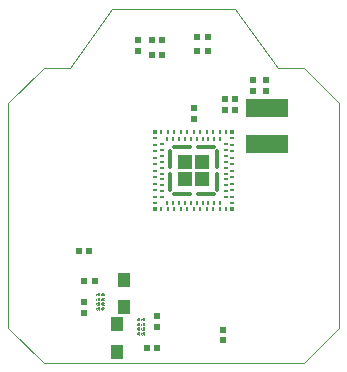
<source format=gtp>
G04*
G04 #@! TF.GenerationSoftware,Altium Limited,Altium NEXUS,2.0.14 (187)*
G04*
G04 Layer_Color=8421504*
%FSLAX25Y25*%
%MOIN*%
G70*
G01*
G75*
%ADD14C,0.00000*%
%ADD15C,0.00197*%
%ADD16R,0.00591X0.00197*%
%ADD17R,0.00197X0.00591*%
%ADD18R,0.00591X0.00591*%
%ADD19R,0.00197X0.00591*%
%ADD20R,0.00197X0.00591*%
%ADD21R,0.00197X0.00591*%
%ADD22R,0.05035X0.05035*%
%ADD23C,0.00591*%
%ADD24R,0.14173X0.05906*%
%ADD25R,0.00980X0.01181*%
%ADD26R,0.01181X0.00980*%
%ADD27R,0.01181X0.01181*%
G04:AMPARAMS|DCode=28|XSize=66.93mil|YSize=10.83mil|CornerRadius=1.95mil|HoleSize=0mil|Usage=FLASHONLY|Rotation=0.000|XOffset=0mil|YOffset=0mil|HoleType=Round|Shape=RoundedRectangle|*
%AMROUNDEDRECTD28*
21,1,0.06693,0.00693,0,0,0.0*
21,1,0.06303,0.01083,0,0,0.0*
1,1,0.00390,0.03152,-0.00347*
1,1,0.00390,-0.03152,-0.00347*
1,1,0.00390,-0.03152,0.00347*
1,1,0.00390,0.03152,0.00347*
%
%ADD28ROUNDEDRECTD28*%
G04:AMPARAMS|DCode=29|XSize=66.93mil|YSize=10.83mil|CornerRadius=1.95mil|HoleSize=0mil|Usage=FLASHONLY|Rotation=90.000|XOffset=0mil|YOffset=0mil|HoleType=Round|Shape=RoundedRectangle|*
%AMROUNDEDRECTD29*
21,1,0.06693,0.00693,0,0,90.0*
21,1,0.06303,0.01083,0,0,90.0*
1,1,0.00390,0.00347,0.03152*
1,1,0.00390,0.00347,-0.03152*
1,1,0.00390,-0.00347,-0.03152*
1,1,0.00390,-0.00347,0.03152*
%
%ADD29ROUNDEDRECTD29*%
%ADD30R,0.03937X0.04528*%
%ADD31R,0.02441X0.02441*%
%ADD32R,0.02441X0.02441*%
%ADD33R,0.02165X0.02165*%
%ADD34R,0.02165X0.02165*%
D14*
X34589Y106299D02*
X75500D01*
X89854Y86614D01*
X98425Y86614D01*
X110236Y74803D01*
Y0D02*
Y74803D01*
X98425Y-11811D02*
X110236Y0D01*
X11811Y-11811D02*
X98425Y-11811D01*
X0Y0D02*
X11811Y-11811D01*
X0Y0D02*
Y74803D01*
X11811Y86614D01*
X20529D01*
X34589Y106299D01*
D15*
X29882Y10610D02*
G03*
X29882Y10610I-98J0D01*
G01*
X30472Y11201D02*
G03*
X30472Y11201I-98J0D01*
G01*
Y10610D02*
G03*
X30472Y10610I-98J0D01*
G01*
X29882Y11201D02*
G03*
X29882Y11201I-98J0D01*
G01*
X31457D02*
G03*
X31457Y11201I-98J0D01*
G01*
X32047Y10610D02*
G03*
X32047Y10610I-98J0D01*
G01*
Y11201D02*
G03*
X32047Y11201I-98J0D01*
G01*
X31457Y10610D02*
G03*
X31457Y10610I-98J0D01*
G01*
Y9035D02*
G03*
X31457Y9035I-98J0D01*
G01*
X32047Y9626D02*
G03*
X32047Y9626I-98J0D01*
G01*
Y9035D02*
G03*
X32047Y9035I-98J0D01*
G01*
X31457Y9626D02*
G03*
X31457Y9626I-98J0D01*
G01*
X29882D02*
G03*
X29882Y9626I-98J0D01*
G01*
X30472Y9035D02*
G03*
X30472Y9035I-98J0D01*
G01*
Y9626D02*
G03*
X30472Y9626I-98J0D01*
G01*
X29882Y9035D02*
G03*
X29882Y9035I-98J0D01*
G01*
X31457Y7461D02*
G03*
X31457Y7461I-98J0D01*
G01*
X32047Y8051D02*
G03*
X32047Y8051I-98J0D01*
G01*
Y7461D02*
G03*
X32047Y7461I-98J0D01*
G01*
X31457Y8051D02*
G03*
X31457Y8051I-98J0D01*
G01*
X29882D02*
G03*
X29882Y8051I-98J0D01*
G01*
X30472Y7461D02*
G03*
X30472Y7461I-98J0D01*
G01*
Y8051D02*
G03*
X30472Y8051I-98J0D01*
G01*
X29882Y7461D02*
G03*
X29882Y7461I-98J0D01*
G01*
X31457Y5886D02*
G03*
X31457Y5886I-98J0D01*
G01*
X32047Y6476D02*
G03*
X32047Y6476I-98J0D01*
G01*
Y5886D02*
G03*
X32047Y5886I-98J0D01*
G01*
X31457Y6476D02*
G03*
X31457Y6476I-98J0D01*
G01*
X29882D02*
G03*
X29882Y6476I-98J0D01*
G01*
X30472Y5886D02*
G03*
X30472Y5886I-98J0D01*
G01*
Y6476D02*
G03*
X30472Y6476I-98J0D01*
G01*
X29882Y5886D02*
G03*
X29882Y5886I-98J0D01*
G01*
X45489Y-1870D02*
G03*
X45489Y-1870I-98J0D01*
G01*
X44898Y-2461D02*
G03*
X44898Y-2461I-98J0D01*
G01*
Y-1870D02*
G03*
X44898Y-1870I-98J0D01*
G01*
X45489Y-2461D02*
G03*
X45489Y-2461I-98J0D01*
G01*
X43914D02*
G03*
X43914Y-2461I-98J0D01*
G01*
X43323Y-1870D02*
G03*
X43323Y-1870I-98J0D01*
G01*
Y-2461D02*
G03*
X43323Y-2461I-98J0D01*
G01*
X43914Y-1870D02*
G03*
X43914Y-1870I-98J0D01*
G01*
Y-295D02*
G03*
X43914Y-295I-98J0D01*
G01*
X43323Y-886D02*
G03*
X43323Y-886I-98J0D01*
G01*
Y-295D02*
G03*
X43323Y-295I-98J0D01*
G01*
X43914Y-886D02*
G03*
X43914Y-886I-98J0D01*
G01*
X45489D02*
G03*
X45489Y-886I-98J0D01*
G01*
X44898Y-295D02*
G03*
X44898Y-295I-98J0D01*
G01*
Y-886D02*
G03*
X44898Y-886I-98J0D01*
G01*
X45489Y-295D02*
G03*
X45489Y-295I-98J0D01*
G01*
X43914Y1280D02*
G03*
X43914Y1280I-98J0D01*
G01*
X43323Y689D02*
G03*
X43323Y689I-98J0D01*
G01*
Y1280D02*
G03*
X43323Y1280I-98J0D01*
G01*
X43914Y689D02*
G03*
X43914Y689I-98J0D01*
G01*
X45489D02*
G03*
X45489Y689I-98J0D01*
G01*
X44898Y1280D02*
G03*
X44898Y1280I-98J0D01*
G01*
Y689D02*
G03*
X44898Y689I-98J0D01*
G01*
X45489Y1280D02*
G03*
X45489Y1280I-98J0D01*
G01*
X43914Y2854D02*
G03*
X43914Y2854I-98J0D01*
G01*
X43323Y2264D02*
G03*
X43323Y2264I-98J0D01*
G01*
Y2854D02*
G03*
X43323Y2854I-98J0D01*
G01*
X43914Y2264D02*
G03*
X43914Y2264I-98J0D01*
G01*
X45489D02*
G03*
X45489Y2264I-98J0D01*
G01*
X44898Y2854D02*
G03*
X44898Y2854I-98J0D01*
G01*
Y2264D02*
G03*
X44898Y2264I-98J0D01*
G01*
X45489Y2854D02*
G03*
X45489Y2854I-98J0D01*
G01*
D16*
X30079Y11299D02*
D03*
Y10512D02*
D03*
X31653D02*
D03*
Y11299D02*
D03*
Y9724D02*
D03*
Y8937D02*
D03*
X30079D02*
D03*
Y9724D02*
D03*
X31653Y8150D02*
D03*
Y7362D02*
D03*
X30079D02*
D03*
Y8150D02*
D03*
X31653Y6575D02*
D03*
Y5787D02*
D03*
X30079D02*
D03*
Y6575D02*
D03*
X45095Y-2559D02*
D03*
Y-1772D02*
D03*
X43520D02*
D03*
Y-2559D02*
D03*
Y-984D02*
D03*
Y-197D02*
D03*
X45095D02*
D03*
Y-984D02*
D03*
X43520Y591D02*
D03*
Y1378D02*
D03*
X45095D02*
D03*
Y591D02*
D03*
X43520Y2165D02*
D03*
Y2953D02*
D03*
X45095D02*
D03*
Y2165D02*
D03*
D17*
X30472Y10905D02*
D03*
X29685D02*
D03*
Y9331D02*
D03*
X30472D02*
D03*
X45489Y984D02*
D03*
X44701D02*
D03*
X45489Y2559D02*
D03*
X44701D02*
D03*
D18*
X30079Y10905D02*
D03*
X31653D02*
D03*
Y9330D02*
D03*
X30079D02*
D03*
X31653Y7756D02*
D03*
X30079D02*
D03*
X31653Y6181D02*
D03*
X30079D02*
D03*
X45095Y-2165D02*
D03*
X43520D02*
D03*
Y-591D02*
D03*
X45095D02*
D03*
X43520Y984D02*
D03*
X45095D02*
D03*
X43520Y2559D02*
D03*
X45095D02*
D03*
D19*
X31260Y10905D02*
D03*
X32047D02*
D03*
Y9331D02*
D03*
X31260D02*
D03*
X43126Y984D02*
D03*
X43914D02*
D03*
X43126Y2559D02*
D03*
X43914D02*
D03*
D20*
X32047Y7756D02*
D03*
X31260D02*
D03*
X32047Y6181D02*
D03*
X31260D02*
D03*
X43914Y-2165D02*
D03*
X43126D02*
D03*
Y-591D02*
D03*
X43914D02*
D03*
D21*
X29685Y7756D02*
D03*
X30472D02*
D03*
X29685Y6181D02*
D03*
X30472D02*
D03*
X44701Y-2165D02*
D03*
X45489D02*
D03*
Y-591D02*
D03*
X44701D02*
D03*
D22*
X58900Y55274D02*
D03*
X58900Y49451D02*
D03*
X64722D02*
D03*
X64722Y55274D02*
D03*
D23*
X68898Y91535D02*
D03*
Y89567D02*
D03*
D24*
X86214Y73327D02*
D03*
Y61319D02*
D03*
D25*
X62795Y41732D02*
D03*
X60827D02*
D03*
X64764D02*
D03*
X66732Y41732D02*
D03*
X68701D02*
D03*
X70669D02*
D03*
X52953D02*
D03*
X54921D02*
D03*
X56890D02*
D03*
X58858Y41732D02*
D03*
X60827Y62992D02*
D03*
X62795D02*
D03*
X58858D02*
D03*
X56890Y62992D02*
D03*
X54921D02*
D03*
X52953D02*
D03*
X70669D02*
D03*
X68701D02*
D03*
X66732D02*
D03*
X64764Y62992D02*
D03*
X63976Y65158D02*
D03*
X66142Y65158D02*
D03*
X68307Y65158D02*
D03*
X70472D02*
D03*
X72638Y65158D02*
D03*
X61811Y65158D02*
D03*
X59646D02*
D03*
X57480Y65158D02*
D03*
X55315D02*
D03*
X53150Y65158D02*
D03*
X50984D02*
D03*
X72638Y39567D02*
D03*
X70472D02*
D03*
X68307D02*
D03*
X66142Y39567D02*
D03*
X63976Y39567D02*
D03*
X61811D02*
D03*
X50984D02*
D03*
X53150D02*
D03*
X55315D02*
D03*
X57480Y39567D02*
D03*
X59646Y39567D02*
D03*
D26*
X51181Y51378D02*
D03*
Y53347D02*
D03*
Y49409D02*
D03*
X51181Y47441D02*
D03*
Y45472D02*
D03*
Y43504D02*
D03*
Y61221D02*
D03*
Y59252D02*
D03*
Y57284D02*
D03*
X51181Y55315D02*
D03*
X72441Y49409D02*
D03*
X72441Y47441D02*
D03*
Y45472D02*
D03*
Y43504D02*
D03*
Y61221D02*
D03*
Y59252D02*
D03*
Y57284D02*
D03*
X72441Y55315D02*
D03*
Y51378D02*
D03*
Y53347D02*
D03*
X49016Y54527D02*
D03*
Y56693D02*
D03*
Y58858D02*
D03*
Y61024D02*
D03*
Y63189D02*
D03*
Y52362D02*
D03*
Y50197D02*
D03*
Y48031D02*
D03*
Y45866D02*
D03*
Y43701D02*
D03*
Y41535D02*
D03*
X74606Y50197D02*
D03*
X74606Y48031D02*
D03*
X74606Y45866D02*
D03*
X74606Y43701D02*
D03*
Y41535D02*
D03*
Y52362D02*
D03*
X74606Y54527D02*
D03*
X74606Y56693D02*
D03*
Y58858D02*
D03*
Y61024D02*
D03*
X74606Y63189D02*
D03*
D27*
X74606Y65158D02*
D03*
X49016D02*
D03*
Y39567D02*
D03*
X74606D02*
D03*
D28*
X57874Y60187D02*
D03*
X65748D02*
D03*
X57874Y44539D02*
D03*
X65748D02*
D03*
D29*
X53988Y56299D02*
D03*
Y48425D02*
D03*
X69634Y56299D02*
D03*
Y48425D02*
D03*
D30*
X38583Y16043D02*
D03*
Y6791D02*
D03*
X36341Y-7972D02*
D03*
Y1280D02*
D03*
D31*
X72146Y72638D02*
D03*
Y76181D02*
D03*
X75591D02*
D03*
Y72638D02*
D03*
X25157Y8543D02*
D03*
Y5000D02*
D03*
X49721Y197D02*
D03*
Y3740D02*
D03*
X43110Y95768D02*
D03*
Y92224D02*
D03*
X61811Y73228D02*
D03*
Y69685D02*
D03*
X81496Y78937D02*
D03*
Y82480D02*
D03*
X85827D02*
D03*
Y78937D02*
D03*
D32*
X28898Y15433D02*
D03*
X25354D02*
D03*
X46177Y-6890D02*
D03*
X49721D02*
D03*
X51378Y95768D02*
D03*
X47835D02*
D03*
Y91043D02*
D03*
X51378D02*
D03*
X66437Y92126D02*
D03*
X62894D02*
D03*
Y96850D02*
D03*
X66437D02*
D03*
D33*
X71457Y-4232D02*
D03*
Y-689D02*
D03*
D34*
X23504Y25630D02*
D03*
X27047D02*
D03*
M02*

</source>
